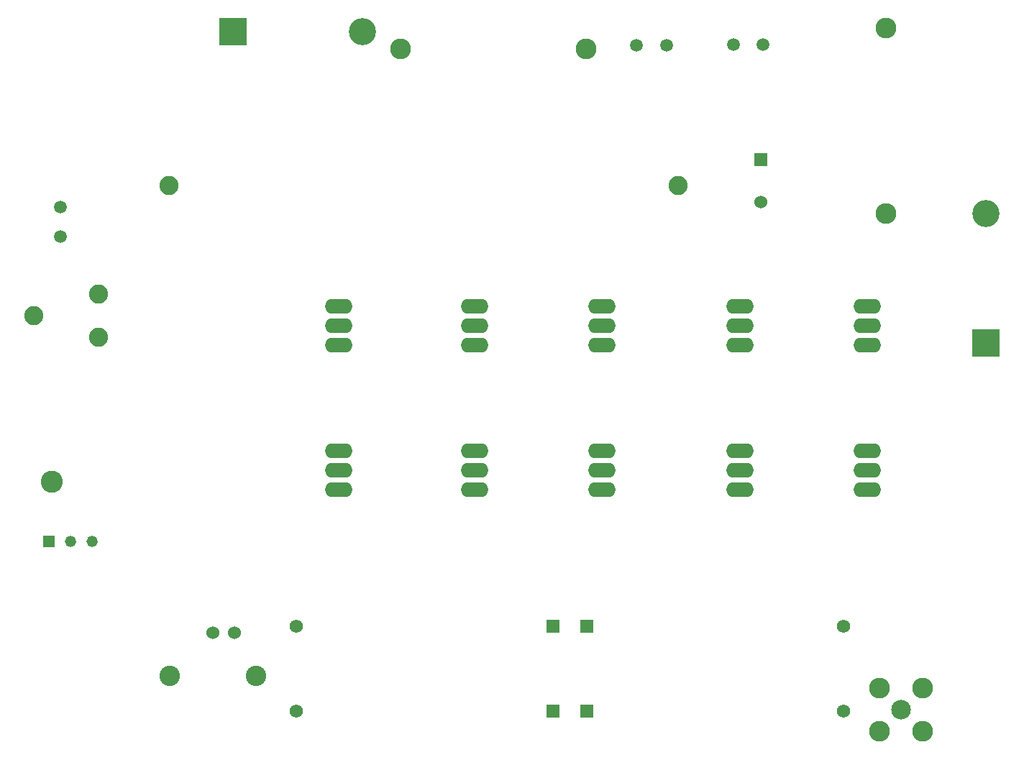
<source format=gbs>
G04 #@! TF.GenerationSoftware,KiCad,Pcbnew,7.0.7*
G04 #@! TF.CreationDate,2024-06-17T16:02:08-04:00*
G04 #@! TF.ProjectId,HVHF_IIB,48564846-5f49-4494-922e-6b696361645f,rev?*
G04 #@! TF.SameCoordinates,Original*
G04 #@! TF.FileFunction,Soldermask,Bot*
G04 #@! TF.FilePolarity,Negative*
%FSLAX46Y46*%
G04 Gerber Fmt 4.6, Leading zero omitted, Abs format (unit mm)*
G04 Created by KiCad (PCBNEW 7.0.7) date 2024-06-17 16:02:08*
%MOMM*%
%LPD*%
G01*
G04 APERTURE LIST*
%ADD10C,2.454000*%
%ADD11O,3.252000X1.728000*%
%ADD12R,3.200000X3.200000*%
%ADD13O,3.200000X3.200000*%
%ADD14C,1.498600*%
%ADD15C,2.304000*%
%ADD16R,1.574800X1.574800*%
%ADD17C,1.574800*%
%ADD18C,2.250000*%
%ADD19C,2.600000*%
%ADD20R,1.524000X1.524000*%
%ADD21C,1.524000*%
%ADD22C,1.320800*%
%ADD23R,1.320800X1.320800*%
%ADD24C,2.413000*%
G04 APERTURE END LIST*
D10*
X133080000Y-61000000D03*
X154920000Y-61000000D03*
D11*
X188020000Y-95899000D03*
X188020000Y-93613000D03*
X188020000Y-91327000D03*
D12*
X202000000Y-95620000D03*
D13*
X202000000Y-80380000D03*
D14*
X164391600Y-60620600D03*
X160891599Y-60620600D03*
D15*
X192000000Y-138840000D03*
D10*
X189450000Y-136290000D03*
X189450000Y-141390000D03*
X194550000Y-136290000D03*
X194550000Y-141390000D03*
D11*
X125770000Y-112899000D03*
X125770000Y-110613000D03*
X125770000Y-108327000D03*
X173020000Y-95899000D03*
X173020000Y-93613000D03*
X173020000Y-91327000D03*
X156770000Y-95899000D03*
X156770000Y-93613000D03*
X156770000Y-91327000D03*
D16*
X151000000Y-129000000D03*
D17*
X120774000Y-129000000D03*
D11*
X188020000Y-112899000D03*
X188020000Y-110613000D03*
X188020000Y-108327000D03*
X141770000Y-95899000D03*
X141770000Y-93613000D03*
X141770000Y-91327000D03*
D10*
X190250000Y-80420000D03*
X190250000Y-58580000D03*
D14*
X93000000Y-79650000D03*
X93000000Y-83150001D03*
D11*
X141770000Y-112899000D03*
X141770000Y-110613000D03*
X141770000Y-108327000D03*
D18*
X97540000Y-95000000D03*
X97540000Y-89920000D03*
X89920000Y-92460000D03*
D11*
X156770000Y-112899000D03*
X156770000Y-110613000D03*
X156770000Y-108327000D03*
D16*
X155000000Y-129000000D03*
D17*
X185226000Y-129000000D03*
D18*
X165800000Y-77113000D03*
X105800000Y-77113000D03*
D16*
X151000000Y-139000000D03*
D17*
X120774000Y-139000000D03*
D19*
X92000000Y-112000000D03*
D20*
X175500000Y-74027850D03*
D21*
X175500000Y-79031650D03*
D22*
X96780000Y-119000000D03*
X94240000Y-119000000D03*
D23*
X91700000Y-119000000D03*
D11*
X173020000Y-112899000D03*
X173020000Y-110613000D03*
X173020000Y-108327000D03*
D12*
X113380000Y-59000000D03*
D13*
X128620000Y-59000000D03*
D14*
X175750001Y-60500000D03*
X172250000Y-60500000D03*
D21*
X111000000Y-129750000D03*
D24*
X116080000Y-134830109D03*
D21*
X113540000Y-129750000D03*
D24*
X105920000Y-134830109D03*
D16*
X155000000Y-139000000D03*
D17*
X185226000Y-139000000D03*
D11*
X125770000Y-95899000D03*
X125770000Y-93613000D03*
X125770000Y-91327000D03*
M02*

</source>
